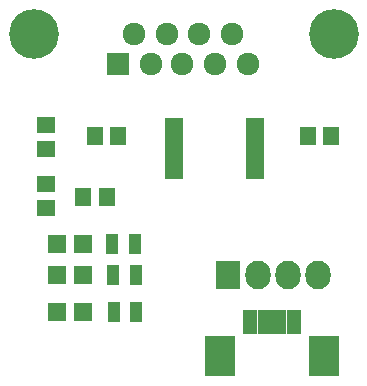
<source format=gbr>
G04 #@! TF.FileFunction,Soldermask,Top*
%FSLAX46Y46*%
G04 Gerber Fmt 4.6, Leading zero omitted, Abs format (unit mm)*
G04 Created by KiCad (PCBNEW 4.0.5) date 01/20/17 14:33:55*
%MOMM*%
%LPD*%
G01*
G04 APERTURE LIST*
%ADD10C,0.100000*%
%ADD11R,1.600000X0.800000*%
%ADD12R,1.400000X1.650000*%
%ADD13R,1.650000X1.400000*%
%ADD14R,1.600000X1.600000*%
%ADD15C,4.210000*%
%ADD16R,1.924000X1.924000*%
%ADD17C,1.924000*%
%ADD18R,2.127200X2.432000*%
%ADD19O,2.127200X2.432000*%
%ADD20R,1.100000X1.700000*%
%ADD21R,1.200000X2.100000*%
%ADD22R,2.600000X3.500000*%
G04 APERTURE END LIST*
D10*
D11*
X148378500Y-85355000D03*
X148378500Y-86005000D03*
X148378500Y-86655000D03*
X148378500Y-87305000D03*
X148378500Y-87955000D03*
X148378500Y-88605000D03*
X148378500Y-89255000D03*
X148378500Y-89905000D03*
X155278500Y-89905000D03*
X155278500Y-89255000D03*
X155278500Y-88605000D03*
X155278500Y-87955000D03*
X155278500Y-87305000D03*
X155278500Y-86655000D03*
X155278500Y-86005000D03*
X155278500Y-85355000D03*
D12*
X161718500Y-86614000D03*
X159718500Y-86614000D03*
D13*
X137541000Y-85677500D03*
X137541000Y-87677500D03*
X137541000Y-90630500D03*
X137541000Y-92630500D03*
D12*
X143684500Y-86614000D03*
X141684500Y-86614000D03*
X142732000Y-91757500D03*
X140732000Y-91757500D03*
D14*
X138473000Y-98361500D03*
X140673000Y-98361500D03*
X138473000Y-95694500D03*
X140673000Y-95694500D03*
X138473000Y-101473000D03*
X140673000Y-101473000D03*
D15*
X161925000Y-77914500D03*
X136525000Y-77914500D03*
D16*
X143637000Y-80454500D03*
D17*
X146431000Y-80454500D03*
X149098000Y-80454500D03*
X151892000Y-80454500D03*
X154686000Y-80454500D03*
X145034000Y-77914500D03*
X147828000Y-77914500D03*
X150495000Y-77914500D03*
X153289000Y-77914500D03*
D18*
X152971500Y-98361500D03*
D19*
X155511500Y-98361500D03*
X158051500Y-98361500D03*
X160591500Y-98361500D03*
D20*
X143258500Y-98361500D03*
X145158500Y-98361500D03*
X145095000Y-95694500D03*
X143195000Y-95694500D03*
X143322000Y-101473000D03*
X145222000Y-101473000D03*
D21*
X154843000Y-102309000D03*
X156093000Y-102309000D03*
X157343000Y-102309000D03*
X158593000Y-102309000D03*
D22*
X152343000Y-105209000D03*
X161093000Y-105209000D03*
M02*

</source>
